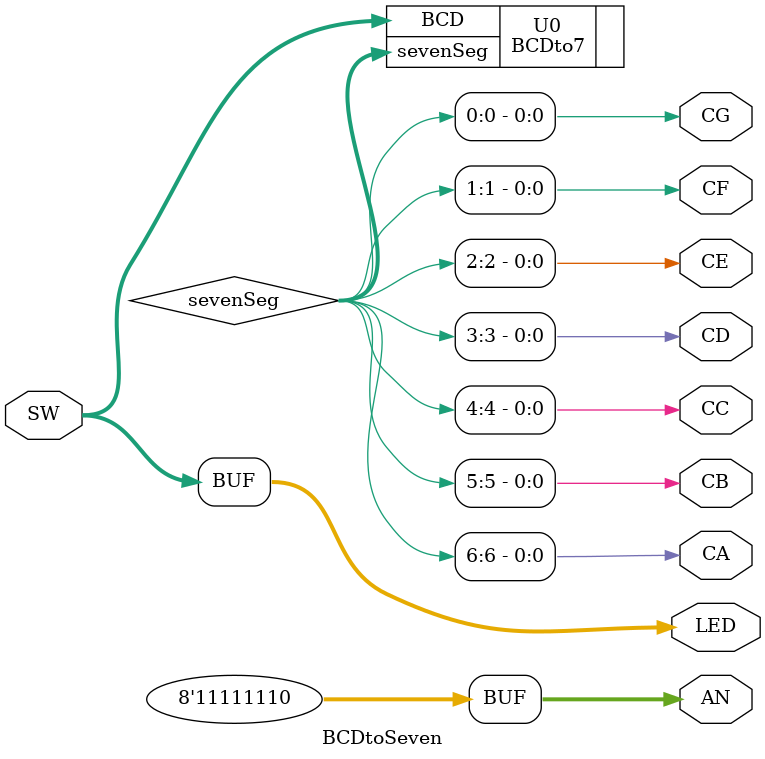
<source format=sv>
`timescale 1ns / 1ps


module BCDtoSeven(
    input logic [3:0]SW,
    output logic [7:0]AN,
    output logic CA,CB,CC,CD,CE,CF,CG,
    output logic [3:0]LED
    );
    logic [6:0]sevenSeg;
    assign AN = 8'b11111110;
    BCDto7 U0(.BCD(SW),.sevenSeg(sevenSeg));
    assign LED = SW;
    assign CA = sevenSeg[6];
    assign CB = sevenSeg[5];
    assign CC = sevenSeg[4];
    assign CD = sevenSeg[3];
    assign CE = sevenSeg[2];
    assign CF = sevenSeg[1];
    assign CG = sevenSeg[0];
endmodule

</source>
